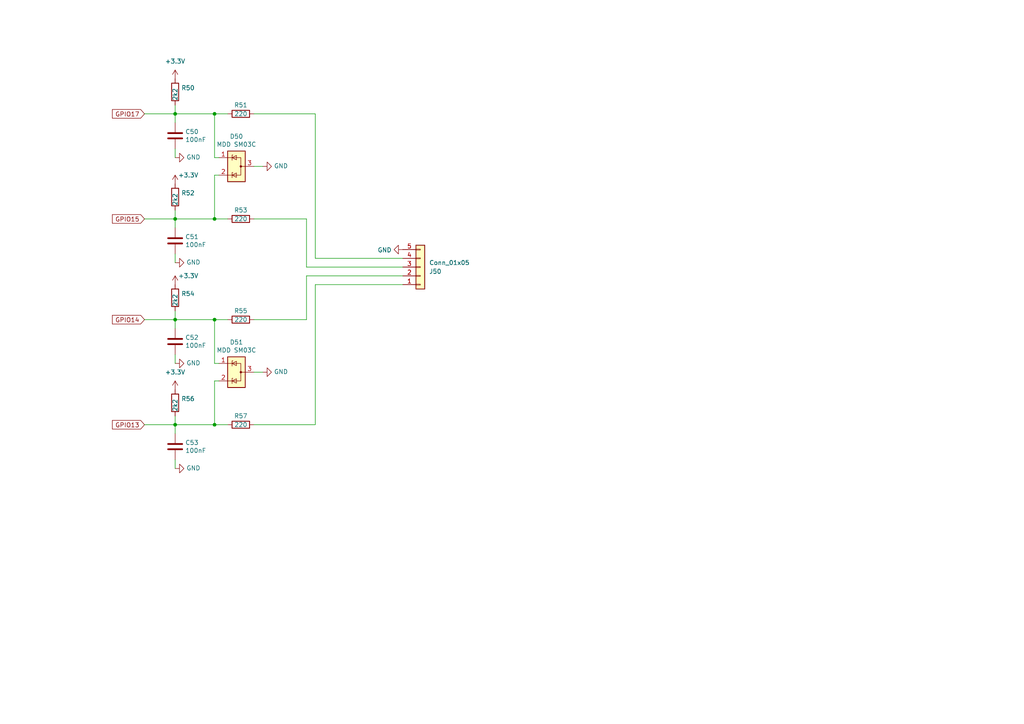
<source format=kicad_sch>
(kicad_sch (version 20230121) (generator eeschema)
  (paper "A4")
  (title_block (date "2024-03-28") (rev "V00.01"))
  (lib_symbols
    (symbol "Connector_Generic:Conn_01x05" (pin_names (offset 1.016) hide)
      (property "Reference" "J" (at 0 7.62 0))
      (property "Value" "Conn_01x05" (at 0 -7.62 0))
      (symbol "Conn_01x05_1_1"
        (rectangle (start -1.27 -4.953) (end 0 -5.207) (stroke (width 0.1524)))
        (rectangle (start -1.27 -2.413) (end 0 -2.667) (stroke (width 0.1524)))
        (rectangle (start -1.27 0.127) (end 0 -0.127) (stroke (width 0.1524)))
        (rectangle (start -1.27 2.667) (end 0 2.413) (stroke (width 0.1524)))
        (rectangle (start -1.27 5.207) (end 0 4.953) (stroke (width 0.1524)))
        (rectangle (start -1.27 6.35) (end 1.27 -6.35) (stroke (width 0.254)) (fill (type background)))
        (pin passive line (at -5.08 5.08 0) (length 3.81) (name "Pin_1") (number "1"))
        (pin passive line (at -5.08 2.54 0) (length 3.81) (name "Pin_2") (number "2"))
        (pin passive line (at -5.08 0 0) (length 3.81) (name "Pin_3") (number "3"))
        (pin passive line (at -5.08 -2.54 0) (length 3.81) (name "Pin_4") (number "4"))
        (pin passive line (at -5.08 -5.08 0) (length 3.81) (name "Pin_5") (number "5"))
      )
    )
    (symbol "Device:C" (pin_numbers hide) (pin_names (offset 0.254))
      (property "Reference" "C" (at 0.635 2.54 0))
      (property "Value" "C" (at 0.635 -2.54 0))
      (symbol "C_0_1"
        (polyline (pts (xy -2.032 -0.762) (xy 2.032 -0.762)) (stroke (width 0.508)))
        (polyline (pts (xy -2.032 0.762) (xy 2.032 0.762)) (stroke (width 0.508)))
      )
      (symbol "C_1_1"
        (pin passive line (at 0 3.81 270) (length 2.794) (name "~") (number "1"))
        (pin passive line (at 0 -3.81 90) (length 2.794) (name "~") (number "2"))
      )
    )
    (symbol "Device:R" (pin_numbers hide) (pin_names (offset 0))
      (property "Reference" "R" (at 2.032 0 90))
      (property "Value" "R" (at 0 0 90))
      (symbol "R_0_1"
        (rectangle (start -1.016 -2.54) (end 1.016 2.54) (stroke (width 0.254)))
      )
      (symbol "R_1_1"
        (pin passive line (at 0 3.81 270) (length 1.27) (name "~") (number "1"))
        (pin passive line (at 0 -3.81 90) (length 1.27) (name "~") (number "2"))
      )
    )
    (symbol "Power_Protection:SP0502BAHT" (pin_names hide)
      (property "Reference" "D" (at 5.715 2.54 0))
      (property "Value" "SP0502BAHT" (at 5.715 0.635 0))
      (symbol "SP0502BAHT_0_0"
        (pin passive line (at 0 -5.08 90) (length 2.54) (name "A") (number "3"))
      )
      (symbol "SP0502BAHT_0_1"
        (rectangle (start -4.445 2.54) (end 4.445 -2.54) (stroke (width 0.254)) (fill (type background)))
        (circle (center 0 -1.27) (radius 0.254) (fill (type outline)))
        (polyline (pts (xy -2.54 2.54) (xy -2.54 1.27)))
        (polyline (pts (xy 0 -1.27) (xy 0 -2.54)))
        (polyline (pts (xy 2.54 2.54) (xy 2.54 1.27)))
        (polyline (pts (xy -3.302 1.016) (xy -3.302 1.27) (xy -1.905 1.27) (xy -1.778 1.27)))
        (polyline (pts (xy -2.54 1.27) (xy -2.54 -1.27) (xy 2.54 -1.27) (xy 2.54 1.27)))
        (polyline (pts (xy -2.54 1.27) (xy -1.905 0) (xy -3.175 0) (xy -2.54 1.27)))
        (polyline (pts (xy 1.778 1.016) (xy 1.778 1.27) (xy 3.175 1.27) (xy 3.302 1.27)))
        (polyline (pts (xy 2.54 1.27) (xy 1.905 0) (xy 3.175 0) (xy 2.54 1.27)))
      )
      (symbol "SP0502BAHT_1_1"
        (pin passive line (at -2.54 5.08 270) (length 2.54) (name "K") (number "1"))
        (pin passive line (at 2.54 5.08 270) (length 2.54) (name "K") (number "2"))
      )
    )
    (symbol "power:+3.3V" (power) (pin_names (offset 0))
      (property "Value" "+3.3V" (at 0 3.556 0))
      (symbol "+3.3V_0_1"
        (polyline (pts (xy -0.762 1.27) (xy 0 2.54)))
        (polyline (pts (xy 0 0) (xy 0 2.54)))
        (polyline (pts (xy 0 2.54) (xy 0.762 1.27)))
      )
      (symbol "+3.3V_1_1"
        (pin power_in line (at 0 0 90) (length 0) hide (name "+3.3V") (number "1"))
      )
    )
    (symbol "power:GND" (power) (pin_names (offset 0))
      (property "Value" "GND" (at 0 -3.81 0))
      (symbol "GND_0_1"
        (polyline (pts (xy 0 0) (xy 0 -1.27) (xy 1.27 -1.27) (xy 0 -2.54) (xy -1.27 -1.27) (xy 0 -1.27)))
      )
      (symbol "GND_1_1"
        (pin power_in line (at 0 0 270) (length 0) hide (name "GND") (number "1"))
      )
    )
  )
  (junction (at 50.8 92.71))
  (junction (at 50.8 123.19))
  (junction (at 62.23 33.02))
  (junction (at 62.23 92.71))
  (junction (at 50.8 33.02))
  (junction (at 62.23 123.19))
  (junction (at 62.23 63.5))
  (junction (at 50.8 63.5))
  (wire (pts (xy 50.8 30.48) (xy 50.8 33.02)))
  (wire (pts (xy 41.91 63.5) (xy 50.8 63.5)))
  (wire (pts (xy 62.23 123.19) (xy 66.04 123.19)))
  (wire (pts (xy 50.8 92.71) (xy 62.23 92.71)))
  (wire (pts (xy 50.8 95.25) (xy 50.8 92.71)))
  (wire (pts (xy 41.91 33.02) (xy 50.8 33.02)))
  (wire (pts (xy 73.66 48.26) (xy 76.2 48.26)))
  (wire (pts (xy 41.91 92.71) (xy 50.8 92.71)))
  (wire (pts (xy 91.44 74.93) (xy 116.84 74.93)))
  (wire (pts (xy 50.8 35.56) (xy 50.8 33.02)))
  (wire (pts (xy 50.8 63.5) (xy 62.23 63.5)))
  (wire (pts (xy 91.44 33.02) (xy 91.44 74.93)))
  (wire (pts (xy 50.8 123.19) (xy 62.23 123.19)))
  (wire (pts (xy 50.8 102.87) (xy 50.8 105.41)))
  (wire (pts (xy 62.23 63.5) (xy 66.04 63.5)))
  (wire (pts (xy 62.23 33.02) (xy 66.04 33.02)))
  (wire (pts (xy 50.8 133.35) (xy 50.8 135.89)))
  (wire (pts (xy 91.44 82.55) (xy 116.84 82.55)))
  (wire (pts (xy 50.8 120.65) (xy 50.8 123.19)))
  (wire (pts (xy 41.91 123.19) (xy 50.8 123.19)))
  (wire (pts (xy 73.66 33.02) (xy 91.44 33.02)))
  (wire (pts (xy 62.23 50.8) (xy 62.23 63.5)))
  (wire (pts (xy 50.8 43.18) (xy 50.8 45.72)))
  (wire (pts (xy 63.5 110.49) (xy 62.23 110.49)))
  (wire (pts (xy 91.44 123.19) (xy 91.44 82.55)))
  (wire (pts (xy 50.8 33.02) (xy 62.23 33.02)))
  (wire (pts (xy 73.66 107.95) (xy 76.2 107.95)))
  (wire (pts (xy 73.66 63.5) (xy 88.9 63.5)))
  (wire (pts (xy 50.8 90.17) (xy 50.8 92.71)))
  (wire (pts (xy 62.23 92.71) (xy 66.04 92.71)))
  (wire (pts (xy 62.23 105.41) (xy 62.23 92.71)))
  (wire (pts (xy 88.9 80.01) (xy 116.84 80.01)))
  (wire (pts (xy 73.66 92.71) (xy 88.9 92.71)))
  (wire (pts (xy 50.8 60.96) (xy 50.8 63.5)))
  (wire (pts (xy 62.23 110.49) (xy 62.23 123.19)))
  (wire (pts (xy 50.8 66.04) (xy 50.8 63.5)))
  (wire (pts (xy 63.5 50.8) (xy 62.23 50.8)))
  (wire (pts (xy 50.8 125.73) (xy 50.8 123.19)))
  (wire (pts (xy 88.9 63.5) (xy 88.9 77.47)))
  (wire (pts (xy 88.9 77.47) (xy 116.84 77.47)))
  (wire (pts (xy 63.5 105.41) (xy 62.23 105.41)))
  (wire (pts (xy 62.23 45.72) (xy 62.23 33.02)))
  (wire (pts (xy 73.66 123.19) (xy 91.44 123.19)))
  (wire (pts (xy 50.8 73.66) (xy 50.8 76.2)))
  (wire (pts (xy 88.9 92.71) (xy 88.9 80.01)))
  (wire (pts (xy 63.5 45.72) (xy 62.23 45.72)))
  (global_label "GPIO14" (shape input) (at 41.91 92.71 180) (property "Intersheetrefs" "${INTERSHEET_REFS}" (effects hide)))
  (global_label "GPIO17" (shape input) (at 41.91 33.02 180) (property "Intersheetrefs" "${INTERSHEET_REFS}" (effects hide)))
  (global_label "GPIO15" (shape input) (at 41.91 63.5 180) (property "Intersheetrefs" "${INTERSHEET_REFS}" (effects hide)))
  (global_label "GPIO13" (shape input) (at 41.91 123.19 180) (property "Intersheetrefs" "${INTERSHEET_REFS}" (effects hide)))
  (symbol (lib_id "power:GND") (at 76.2 48.26 90) (unit 1)
    (property "Reference" "#PWR052" (effects hide))
    (property "Value" "GND" (at 79.4512 48.133 90) (effects (justify right)))
    (instances (project "LED-UP1-4x24V" (path "" (reference "#PWR052") (unit 1))) (project "TAS-UP1-Touch_BE" (path "" (reference "#PWR0120") (unit 1))))
  )
  (symbol (lib_id "Device:R") (at 50.8 86.36 180) (unit 1)
    (property "Reference" "R54" (at 52.578 85.1916 0) (effects (justify right)))
    (property "Value" "2k2" (at 50.8 88.9 90) (effects (justify right)))
    (property "Footprint" "Resistor_SMD:R_0402_1005Metric" (effects hide))
    (property "LCSC" "C25879" (effects hide))
    (instances (project "LED-UP1-4x24V" (path "" (reference "R54") (unit 1))) (project "TAS-UP1-Touch_BE" (path "" (reference "R52") (unit 1))))
  )
  (symbol (lib_id "Device:C") (at 50.8 39.37 0) (unit 1)
    (property "Reference" "C50" (at 53.721 38.2016 0) (effects (justify left)))
    (property "Value" "100nF" (at 53.721 40.513 0) (effects (justify left)))
    (property "Footprint" "Capacitor_SMD:C_0402_1005Metric" (effects hide))
    (property "LCSC" "C307331" (effects hide))
  )
  (symbol (lib_id "power:+3.3V") (at 50.8 22.86 0) (unit 1)
    (property "Reference" "#PWR03" (effects hide))
    (property "Value" "+3.3V" (at 50.8 17.78 0))
    (instances (project "LED-UP1-4x24V" (path "" (reference "#PWR03") (unit 1)) (path "" (reference "#PWR050") (unit 1))))
  )
  (symbol (lib_id "Device:R") (at 50.8 116.84 180) (unit 1)
    (property "Reference" "R56" (at 52.578 115.6716 0) (effects (justify right)))
    (property "Value" "2k2" (at 50.8 119.38 90) (effects (justify right)))
    (property "Footprint" "Resistor_SMD:R_0402_1005Metric" (effects hide))
    (property "LCSC" "C25879" (effects hide))
    (instances (project "LED-UP1-4x24V" (path "" (reference "R56") (unit 1))) (project "TAS-UP1-Touch_BE" (path "" (reference "R53") (unit 1))))
  )
  (symbol (lib_id "power:+3.3V") (at 50.8 113.03 0) (unit 1)
    (property "Reference" "#PWR03" (effects hide))
    (property "Value" "+3.3V" (at 50.8 107.95 0))
    (instances (project "LED-UP1-4x24V" (path "" (reference "#PWR03") (unit 1)) (path "" (reference "#PWR059") (unit 1))))
  )
  (symbol (lib_id "Power_Protection:SP0502BAHT") (at 68.58 48.26 90) (mirror x) (unit 1)
    (property "Reference" "D50" (at 68.58 39.5732 90))
    (property "Value" "MDD SM03C" (at 68.58 41.8846 90))
    (property "Footprint" "Package_TO_SOT_SMD:SOT-23" (effects hide))
    (property "LCSC" "C502553" (effects hide))
    (property "JLCPCB Rotation Offset" "180" (effects hide))
    (instances (project "LED-UP1-4x24V" (path "" (reference "D50") (unit 1))) (project "TAS-UP1-Touch_BE" (path "" (reference "D5") (unit 1))))
  )
  (symbol (lib_id "Device:R") (at 50.8 26.67 180) (unit 1)
    (property "Reference" "R50" (at 52.578 25.5016 0) (effects (justify right)))
    (property "Value" "2k2" (at 50.8 29.21 90) (effects (justify right)))
    (property "Footprint" "Resistor_SMD:R_0402_1005Metric" (effects hide))
    (property "LCSC" "C25879" (effects hide))
  )
  (symbol (lib_id "Device:C") (at 50.8 129.54 0) (unit 1)
    (property "Reference" "C53" (at 53.721 128.3716 0) (effects (justify left)))
    (property "Value" "100nF" (at 53.721 130.683 0) (effects (justify left)))
    (property "Footprint" "Capacitor_SMD:C_0402_1005Metric" (effects hide))
    (property "LCSC" "C307331" (effects hide))
  )
  (symbol (lib_id "Connector_Generic:Conn_01x05") (at 121.92 77.47 0) (mirror x) (unit 1)
    (property "Reference" "J50" (at 124.46 78.74 0) (effects (justify left)))
    (property "Value" "Conn_01x05" (at 124.46 76.2 0) (effects (justify left)))
    (property "Footprint" "DomsKiCADLib:Cixi_Kefa_KF128-2.54-5p" (effects hide))
    (property "LCSC" "C474923" (effects hide))
  )
  (symbol (lib_id "Device:C") (at 50.8 99.06 0) (unit 1)
    (property "Reference" "C52" (at 53.721 97.8916 0) (effects (justify left)))
    (property "Value" "100nF" (at 53.721 100.203 0) (effects (justify left)))
    (property "Footprint" "Capacitor_SMD:C_0402_1005Metric" (effects hide))
    (property "LCSC" "C307331" (effects hide))
  )
  (symbol (lib_id "Power_Protection:SP0502BAHT") (at 68.58 107.95 90) (mirror x) (unit 1)
    (property "Reference" "D51" (at 68.58 99.2632 90))
    (property "Value" "MDD SM03C" (at 68.58 101.5746 90))
    (property "Footprint" "Package_TO_SOT_SMD:SOT-23" (effects hide))
    (property "LCSC" "C502553" (effects hide))
    (property "JLCPCB Rotation Offset" "180" (effects hide))
    (instances (project "LED-UP1-4x24V" (path "" (reference "D51") (unit 1))) (project "TAS-UP1-Touch_BE" (path "" (reference "D6") (unit 1))))
  )
  (symbol (lib_id "power:GND") (at 50.8 105.41 90) (unit 1)
    (property "Reference" "#PWR057" (effects hide))
    (property "Value" "GND" (at 54.0512 105.283 90) (effects (justify right)))
    (instances (project "LED-UP1-4x24V" (path "" (reference "#PWR057") (unit 1))) (project "TAS-UP1-Touch_BE" (path "" (reference "#PWR0110") (unit 1))))
  )
  (symbol (lib_id "power:GND") (at 50.8 45.72 90) (unit 1)
    (property "Reference" "#PWR051" (effects hide))
    (property "Value" "GND" (at 54.0512 45.593 90) (effects (justify right)))
    (instances (project "LED-UP1-4x24V" (path "" (reference "#PWR051") (unit 1))) (project "TAS-UP1-Touch_BE" (path "" (reference "#PWR0109") (unit 1))))
  )
  (symbol (lib_id "power:GND") (at 116.84 72.39 270) (unit 1)
    (property "Reference" "#PWR054" (effects hide))
    (property "Value" "GND" (at 113.5888 72.517 90) (effects (justify right)))
    (instances (project "LED-UP1-4x24V" (path "" (reference "#PWR054") (unit 1))) (project "TAS-UP1-Touch_BE" (path "" (reference "#PWR0120") (unit 1))))
  )
  (symbol (lib_id "power:GND") (at 50.8 135.89 90) (unit 1)
    (property "Reference" "#PWR060" (effects hide))
    (property "Value" "GND" (at 54.0512 135.763 90) (effects (justify right)))
    (instances (project "LED-UP1-4x24V" (path "" (reference "#PWR060") (unit 1))) (project "TAS-UP1-Touch_BE" (path "" (reference "#PWR0111") (unit 1))))
  )
  (symbol (lib_id "power:GND") (at 50.8 76.2 90) (unit 1)
    (property "Reference" "#PWR055" (effects hide))
    (property "Value" "GND" (at 54.0512 76.073 90) (effects (justify right)))
    (instances (project "LED-UP1-4x24V" (path "" (reference "#PWR055") (unit 1))) (project "TAS-UP1-Touch_BE" (path "" (reference "#PWR0109") (unit 1))))
  )
  (symbol (lib_id "Device:R") (at 69.85 33.02 270) (unit 1)
    (property "Reference" "R51" (at 69.85 30.48 90))
    (property "Value" "220" (at 69.85 33.02 90))
    (property "Footprint" "Resistor_SMD:R_0402_1005Metric" (effects hide))
    (property "LCSC" "C25091" (effects hide))
    (instances (project "LED-UP1-4x24V" (path "" (reference "R51") (unit 1))) (project "TAS-UP1-Touch_BE" (path "" (reference "R60") (unit 1))))
  )
  (symbol (lib_id "power:GND") (at 76.2 107.95 90) (unit 1)
    (property "Reference" "#PWR058" (effects hide))
    (property "Value" "GND" (at 79.4512 107.823 90) (effects (justify right)))
    (instances (project "LED-UP1-4x24V" (path "" (reference "#PWR058") (unit 1))) (project "TAS-UP1-Touch_BE" (path "" (reference "#PWR0121") (unit 1))))
  )
  (symbol (lib_id "Device:R") (at 69.85 63.5 270) (unit 1)
    (property "Reference" "R53" (at 69.85 60.96 90))
    (property "Value" "220" (at 69.85 63.5 90))
    (property "Footprint" "Resistor_SMD:R_0402_1005Metric" (effects hide))
    (property "LCSC" "C25091" (effects hide))
    (instances (project "LED-UP1-4x24V" (path "" (reference "R53") (unit 1))) (project "TAS-UP1-Touch_BE" (path "" (reference "R61") (unit 1))))
  )
  (symbol (lib_id "power:+3.3V") (at 50.8 82.55 0) (unit 1)
    (property "Reference" "#PWR03" (effects hide))
    (property "Value" "+3.3V" (at 54.61 80.01 0))
    (instances (project "LED-UP1-4x24V" (path "" (reference "#PWR03") (unit 1)) (path "" (reference "#PWR056") (unit 1))))
  )
  (symbol (lib_id "power:+3.3V") (at 50.8 53.34 0) (unit 1)
    (property "Reference" "#PWR03" (effects hide))
    (property "Value" "+3.3V" (at 54.61 50.8 0))
    (instances (project "LED-UP1-4x24V" (path "" (reference "#PWR03") (unit 1)) (path "" (reference "#PWR053") (unit 1))))
  )
  (symbol (lib_id "Device:R") (at 69.85 123.19 270) (unit 1)
    (property "Reference" "R57" (at 69.85 120.65 90))
    (property "Value" "220" (at 69.85 123.19 90))
    (property "Footprint" "Resistor_SMD:R_0402_1005Metric" (effects hide))
    (property "LCSC" "C25091" (effects hide))
    (instances (project "LED-UP1-4x24V" (path "" (reference "R57") (unit 1))) (project "TAS-UP1-Touch_BE" (path "" (reference "R63") (unit 1))))
  )
  (symbol (lib_id "Device:R") (at 69.85 92.71 270) (unit 1)
    (property "Reference" "R55" (at 69.85 90.17 90))
    (property "Value" "220" (at 69.85 92.71 90))
    (property "Footprint" "Resistor_SMD:R_0402_1005Metric" (effects hide))
    (property "LCSC" "C25091" (effects hide))
    (instances (project "LED-UP1-4x24V" (path "" (reference "R55") (unit 1))) (project "TAS-UP1-Touch_BE" (path "" (reference "R62") (unit 1))))
  )
  (symbol (lib_id "Device:R") (at 50.8 57.15 180) (unit 1)
    (property "Reference" "R52" (at 52.578 55.9816 0) (effects (justify right)))
    (property "Value" "2k2" (at 50.8 59.69 90) (effects (justify right)))
    (property "Footprint" "Resistor_SMD:R_0402_1005Metric" (effects hide))
    (property "LCSC" "C25879" (effects hide))
    (instances (project "LED-UP1-4x24V" (path "" (reference "R52") (unit 1))) (project "TAS-UP1-Touch_BE" (path "" (reference "R51") (unit 1))))
  )
  (symbol (lib_id "Device:C") (at 50.8 69.85 0) (unit 1)
    (property "Reference" "C51" (at 53.721 68.6816 0) (effects (justify left)))
    (property "Value" "100nF" (at 53.721 70.993 0) (effects (justify left)))
    (property "Footprint" "Capacitor_SMD:C_0402_1005Metric" (effects hide))
    (property "LCSC" "C307331" (effects hide))
  )
)
</source>
